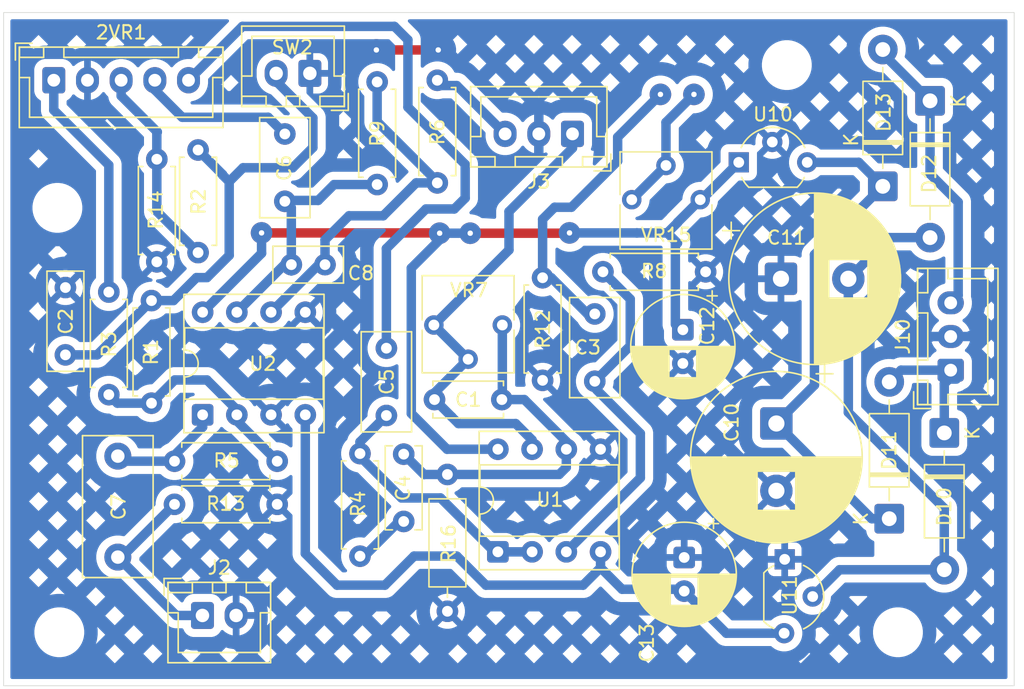
<source format=kicad_pcb>
(kicad_pcb (version 20241229) (generator "pcbnew") (generator_version "9.0")
  (layers (0 "F.Cu" signal) (2 "B.Cu" signal) (13 "F.Paste" user) (15 "B.Paste" user) (5 "F.SilkS" user "F.Silkscreen") (7 "B.SilkS" user "B.Silkscreen") (1 "F.Mask" user) (3 "B.Mask" user) (25 "Edge.Cuts" user))
  (net 0 "")
  (net 1 "Net-(U1B--)")
  (net 2 "GNDPWR")
  (net 3 "Net-(C7-Pad1)")
  (net 4 "Net-(U2A--)")
  (net 5 "Net-(U1A--)")
  (net 6 "Net-(C4-Pad2)")
  (net 7 "Net-(U2B--)")
  (net 8 "Net-(U1A-+)")
  (net 9 "Net-(C6-Pad1)")
  (net 10 "Net-(D1-A)")
  (net 11 "+15V")
  (net 12 "-15V")
  (net 13 "Net-(SW2-B)")
  (net 14 "Net-(SW1a1-B)")
  (net 15 "Net-(D11-K)")
  (net 16 "Net-(D10-A)")
  (net 17 "Net-(D10-K)")
  (net 18 "Net-(D12-K)")
  (net 19 "Net-(J2-Pin_1)")
  (net 20 "Net-(J3-Pin_1)")
  (net 21 "Net-(J3-Pin_3)")
  (net 22 "Net-(2VR1-Pad2)")
  (net 23 "Net-(2VR1-Pad1)")
  (net 24 "Net-(2VR1-Pad4)")
  (net 25 "Net-(2VR1-Pad5)")
  (footprint "Diode_THT:D_DO-41_SOD81_P10.16mm_Horizontal" (layer "F.Cu") (at 162.250194 83.02686 -90)
    (property "Reference" "D12" (at 5.40798 0.066695 90) (layer "F.SilkS"))
    (property "Value" "30V1A")
    (fp_text user "K" (at 0 -2.1 90) (layer "F.SilkS"))
    (pad "1" thru_hole roundrect (at 0 0 270) (size 2.2 2.2) (drill 1.1) (layers "*.Cu" "*.Mask") (roundrect_rratio 0.113636) (net 18 "Net-(D12-K)"))
    (pad "2" thru_hole circle (at 10.16 0 270) (size 2.2 2.2) (drill 1.1) (layers "*.Cu" "*.Mask") (net 16 "Net-(D10-A)"))
  )
  (footprint "Package_DIP:DIP-8_W7.62mm_Socket" (layer "F.Cu") (at 108.263689 106.347588 90)
    (property "Reference" "U2" (at 3.791939 4.469222 180) (layer "F.SilkS"))
    (property "Value" "TL072")
    (pad "1" thru_hole roundrect (at 0 0 90) (size 1.6 1.6) (drill 0.8) (layers "*.Cu" "*.Mask") (roundrect_rratio 0.15625) (net 3 "Net-(C7-Pad1)"))
    (pad "2" thru_hole circle (at 0 2.54 90) (size 1.6 1.6) (drill 0.8) (layers "*.Cu" "*.Mask") (net 4 "Net-(U2A--)"))
    (pad "3" thru_hole circle (at 0 5.08 90) (size 1.6 1.6) (drill 0.8) (layers "*.Cu" "*.Mask") (net 2 "GNDPWR"))
    (pad "4" thru_hole circle (at 0 7.62 90) (size 1.6 1.6) (drill 0.8) (layers "*.Cu" "*.Mask") (net 12 "-15V"))
    (pad "5" thru_hole circle (at 7.62 7.62 90) (size 1.6 1.6) (drill 0.8) (layers "*.Cu" "*.Mask") (net 2 "GNDPWR"))
    (pad "6" thru_hole circle (at 7.62 5.08 90) (size 1.6 1.6) (drill 0.8) (layers "*.Cu" "*.Mask") (net 7 "Net-(U2B--)"))
    (pad "7" thru_hole circle (at 7.62 2.54 90) (size 1.6 1.6) (drill 0.8) (layers "*.Cu" "*.Mask") (net 9 "Net-(C6-Pad1)"))
    (pad "8" thru_hole circle (at 7.62 0 90) (size 1.6 1.6) (drill 0.8) (layers "*.Cu" "*.Mask") (net 11 "+15V"))
  )
  (footprint "Potentiometer_THT:Potentiometer_Vishay_T73YP_Vertical" (layer "F.Cu") (at 125.426749 99.67838 -90)
    (property "Reference" "VR7" (at -2.5863 -2.608452 180) (layer "F.SilkS"))
    (property "Value" "1M")
    (pad "1" thru_hole circle (at 0 0 270) (size 1.44 1.44) (drill 0.8) (layers "*.Cu" "*.Mask") (net 20 "Net-(J3-Pin_1)"))
    (pad "2" thru_hole circle (at 2.54 -2.54 270) (size 1.44 1.44) (drill 0.8) (layers "*.Cu" "*.Mask") (net 20 "Net-(J3-Pin_1)"))
    (pad "3" thru_hole circle (at 0 -5.08 270) (size 1.44 1.44) (drill 0.8) (layers "*.Cu" "*.Mask") (net 1 "Net-(U1B--)"))
  )
  (footprint "Capacitor_THT:C_Rect_L7.2mm_W2.5mm_P5.00mm_FKS2_FKP2_MKS2_MKP2" (layer "F.Cu") (at 98.08104 101.895052 90)
    (property "Reference" "C2" (at 2.48446 0.025486 90) (layer "F.SilkS"))
    (property "Value" "0.01uF")
    (pad "1" thru_hole circle (at 0 0 90) (size 1.6 1.6) (drill 0.8) (layers "*.Cu" "*.Mask") (net 13 "Net-(SW2-B)"))
    (pad "2" thru_hole circle (at 5 0 90) (size 1.6 1.6) (drill 0.8) (layers "*.Cu" "*.Mask") (net 2 "GNDPWR"))
  )
  (footprint "Connector_JST:JST_XH_B3B-XH-A_1x03_P2.50mm_Vertical" (layer "F.Cu") (at 135.712379 85.482834 180)
    (property "Reference" "J3" (at 2.5 -3.55 0) (layer "F.SilkS"))
    (property "Value" "Tank")
    (pad "1" thru_hole roundrect (at 0 0 180) (size 1.7 1.95) (drill 0.95) (layers "*.Cu" "*.Mask") (roundrect_rratio 0.147059) (net 20 "Net-(J3-Pin_1)"))
    (pad "2" thru_hole oval (at 2.5 0 180) (size 1.7 1.95) (drill 0.95) (layers "*.Cu" "*.Mask") (net 2 "GNDPWR"))
    (pad "3" thru_hole oval (at 5 0 180) (size 1.7 1.95) (drill 0.95) (layers "*.Cu" "*.Mask") (net 21 "Net-(J3-Pin_3)"))
  )
  (footprint "Connector_JST:JST_XH_B2B-XH-A_1x02_P2.50mm_Vertical" (layer "F.Cu") (at 108.25 121.25)
    (property "Reference" "J2" (at 1.25 -3.55 0) (layer "F.SilkS"))
    (property "Value" "Output")
    (pad "1" thru_hole roundrect (at 0 0) (size 1.7 2) (drill 1) (layers "*.Cu" "*.Mask") (roundrect_rratio 0.147059) (net 19 "Net-(J2-Pin_1)"))
    (pad "2" thru_hole oval (at 2.5 0) (size 1.7 2) (drill 1) (layers "*.Cu" "*.Mask") (net 2 "GNDPWR"))
  )
  (footprint "Capacitor_THT:CP_Radial_D12.5mm_P5.00mm" (layer "F.Cu") (at 151.185179 96.243302)
    (property "Reference" "C11" (at 0.420264 -3.053738 0) (layer "F.SilkS"))
    (property "Value" "35V1000uF" (hide yes))
    (pad "1" thru_hole roundrect (at 0 0) (size 2.4 2.4) (drill 1.2) (layers "*.Cu" "*.Mask") (roundrect_rratio 0.104167) (net 2 "GNDPWR"))
    (pad "2" thru_hole circle (at 5 0) (size 2.4 2.4) (drill 1.2) (layers "*.Cu" "*.Mask") (net 16 "Net-(D10-A)"))
  )
  (footprint "MountingHole:MountingHole_3.2mm_M3" (layer "F.Cu") (at 159.866965 122.49773)
    (property "Reference" "H4" (hide yes))
    (property "Value" "MountingHole" (hide yes))
    (pad "" np_thru_hole circle (at 0 0) (size 3.2 3.2) (drill 3.2) (layers "*.Cu" "*.Mask"))
  )
  (footprint "Resistor_THT:R_Axial_DIN0207_L6.3mm_D2.5mm_P10.16mm_Horizontal" (layer "F.Cu") (at 126.430896 110.778358 -90)
    (property "Reference" "R16" (at 5.140209 -0.092751 270) (layer "F.SilkS"))
    (property "Value" "560k")
    (pad "1" thru_hole circle (at 0 0 270) (size 1.6 1.6) (drill 0.8) (layers "*.Cu" "*.Mask") (net 1 "Net-(U1B--)"))
    (pad "2" thru_hole circle (at 10.16 0 270) (size 1.6 1.6) (drill 0.8) (layers "*.Cu" "*.Mask") (net 2 "GNDPWR"))
  )
  (footprint "MountingHole:MountingHole_3.2mm_M3" (layer "F.Cu") (at 97.484663 90.976808)
    (property "Reference" "H1" (hide yes))
    (property "Value" "MountingHole" (hide yes))
    (pad "" np_thru_hole circle (at 0 0) (size 3.2 3.2) (drill 3.2) (layers "*.Cu" "*.Mask"))
  )
  (footprint "Package_TO_SOT_THT:TO-92_Inline_Wide" (layer "F.Cu") (at 151.761813 117.347813 -90)
    (property "Reference" "U11" (at 2.421637 -0.082143 90) (layer "F.SilkS"))
    (property "Value" "L79L15")
    (pad "1" thru_hole rect (at -0.266896 0.29962 270) (size 1.5 1.5) (drill 0.8) (layers "*.Cu" "*.Mask") (net 2 "GNDPWR"))
    (pad "2" thru_hole circle (at 2.497896 -1.777482 270) (size 1.5 1.5) (drill 0.8) (layers "*.Cu" "*.Mask") (net 16 "Net-(D10-A)"))
    (pad "3" thru_hole circle (at 5.220586 0.341724 270) (size 1.5 1.5) (drill 0.8) (layers "*.Cu" "*.Mask") (net 12 "-15V"))
  )
  (footprint "Diode_THT:D_DO-41_SOD81_P10.16mm_Horizontal" (layer "F.Cu") (at 159.220617 114.062834 90)
    (property "Reference" "D11" (at 5.08 0 90) (layer "F.SilkS"))
    (property "Value" "30V1A")
    (fp_text user "K" (at 0 -2.1 90) (layer "F.SilkS"))
    (pad "1" thru_hole roundrect (at 0 0 90) (size 2.2 2.2) (drill 1.1) (layers "*.Cu" "*.Mask") (roundrect_rratio 0.113636) (net 15 "Net-(D11-K)"))
    (pad "2" thru_hole circle (at 10.16 0 90) (size 2.2 2.2) (drill 1.1) (layers "*.Cu" "*.Mask") (net 17 "Net-(D10-K)"))
  )
  (footprint "Resistor_THT:R_Axial_DIN0207_L6.3mm_D2.5mm_P7.62mm_Horizontal" (layer "F.Cu") (at 119.941976 109.227159 -90)
    (property "Reference" "R4" (at 3.734432 0.133129 90) (layer "F.SilkS"))
    (property "Value" "22k")
    (pad "1" thru_hole circle (at 0 0 270) (size 1.6 1.6) (drill 0.8) (layers "*.Cu" "*.Mask") (net 5 "Net-(U1A--)"))
    (pad "2" thru_hole circle (at 7.62 0 270) (size 1.6 1.6) (drill 0.8) (layers "*.Cu" "*.Mask") (net 6 "Net-(C4-Pad2)"))
  )
  (footprint "Capacitor_THT:C_Rect_L7.2mm_W3.5mm_P5.00mm_FKS2_FKP2_MKS2_MKP2" (layer "F.Cu") (at 137.368066 98.85521 -90)
    (property "Reference" "C3" (at 2.487524 0.52354 180) (layer "F.SilkS"))
    (property "Value" "0.47uF")
    (pad "1" thru_hole circle (at 0 0 270) (size 1.6 1.6) (drill 0.8) (layers "*.Cu" "*.Mask") (net 14 "Net-(SW1a1-B)"))
    (pad "2" thru_hole circle (at 5 0 270) (size 1.6 1.6) (drill 0.8) (layers "*.Cu" "*.Mask") (net 8 "Net-(U1A-+)"))
  )
  (footprint "Resistor_THT:R_Axial_DIN0207_L6.3mm_D2.5mm_P7.62mm_Horizontal" (layer "F.Cu") (at 125.679398 89.122218 90)
    (property "Reference" "R6" (at 3.779099 0.012875 90) (layer "F.SilkS"))
    (property "Value" "47k")
    (pad "1" thru_hole circle (at 0 0 90) (size 1.6 1.6) (drill 0.8) (layers "*.Cu" "*.Mask") (net 7 "Net-(U2B--)"))
    (pad "2" thru_hole circle (at 7.62 0 90) (size 1.6 1.6) (drill 0.8) (layers "*.Cu" "*.Mask") (net 21 "Net-(J3-Pin_3)"))
  )
  (footprint "Resistor_THT:R_Axial_DIN0207_L6.3mm_D2.5mm_P7.62mm_Horizontal" (layer "F.Cu") (at 104.46876 105.484845 90)
    (property "Reference" "R1" (at 3.79446 -0.036118 90) (layer "F.SilkS"))
    (property "Value" "4k7")
    (pad "1" thru_hole circle (at 0 0 90) (size 1.6 1.6) (drill 0.8) (layers "*.Cu" "*.Mask") (net 4 "Net-(U2A--)"))
    (pad "2" thru_hole circle (at 7.62 0 90) (size 1.6 1.6) (drill 0.8) (layers "*.Cu" "*.Mask") (net 13 "Net-(SW2-B)"))
  )
  (footprint "Resistor_THT:R_Axial_DIN0207_L6.3mm_D2.5mm_P7.62mm_Horizontal" (layer "F.Cu") (at 137.973282 95.726533)
    (property "Reference" "R8" (at 3.799538 -0.051337 0) (layer "F.SilkS"))
    (property "Value" "2M2")
    (pad "1" thru_hole circle (at 0 0) (size 1.6 1.6) (drill 0.8) (layers "*.Cu" "*.Mask") (net 8 "Net-(U1A-+)"))
    (pad "2" thru_hole circle (at 7.62 0) (size 1.6 1.6) (drill 0.8) (layers "*.Cu" "*.Mask") (net 2 "GNDPWR"))
  )
  (footprint "Capacitor_THT:C_Rect_L7.2mm_W3.5mm_P5.00mm_FKS2_FKP2_MKS2_MKP2" (layer "F.Cu") (at 114.365934 90.489373 90)
    (property "Reference" "C6" (at 2.478527 -0.048729 90) (layer "F.SilkS"))
    (property "Value" "0.47uF")
    (pad "1" thru_hole circle (at 0 0 90) (size 1.6 1.6) (drill 0.8) (layers "*.Cu" "*.Mask") (net 9 "Net-(C6-Pad1)"))
    (pad "2" thru_hole circle (at 5 0 90) (size 1.6 1.6) (drill 0.8) (layers "*.Cu" "*.Mask") (net 24 "Net-(2VR1-Pad4)"))
  )
  (footprint "Resistor_THT:R_Axial_DIN0207_L6.3mm_D2.5mm_P7.62mm_Horizontal" (layer "F.Cu") (at 104.86354 87.365657 -90)
    (property "Reference" "R14" (at 3.767875 0.072103 90) (layer "F.SilkS"))
    (property "Value" "15k")
    (pad "1" thru_hole circle (at 0 0 270) (size 1.6 1.6) (drill 0.8) (layers "*.Cu" "*.Mask") (net 25 "Net-(2VR1-Pad5)"))
    (pad "2" thru_hole circle (at 7.62 0 270) (size 1.6 1.6) (drill 0.8) (layers "*.Cu" "*.Mask") (net 2 "GNDPWR"))
  )
  (footprint "Diode_THT:D_DO-41_SOD81_P10.16mm_Horizontal" (layer "F.Cu") (at 158.74257 89.377921 90)
    (property "Reference" "D13" (at 5.491264 0.056511 90) (layer "F.SilkS"))
    (property "Value" "30V1A")
    (fp_text user "K" (at 3.458343 -2.346032 90) (layer "F.SilkS"))
    (pad "1" thru_hole roundrect (at 0 0 90) (size 2.2 2.2) (drill 1.1) (layers "*.Cu" "*.Mask") (roundrect_rratio 0.113636) (net 15 "Net-(D11-K)"))
    (pad "2" thru_hole circle (at 10.16 0 90) (size 2.2 2.2) (drill 1.1) (layers "*.Cu" "*.Mask") (net 18 "Net-(D12-K)"))
  )
  (footprint "Resistor_THT:R_Axial_DIN0207_L6.3mm_D2.5mm_P7.62mm_Horizontal" (layer "F.Cu") (at 107.925423 86.679373 -90)
    (property "Reference" "R2" (at 3.835412 -0.038493 90) (layer "F.SilkS"))
    (property "Value" "4k7")
    (pad "1" thru_hole circle (at 0 0 270) (size 1.6 1.6) (drill 0.8) (layers "*.Cu" "*.Mask") (net 13 "Net-(SW2-B)"))
    (pad "2" thru_hole circle (at 7.62 0 270) (size 1.6 1.6) (drill 0.8) (layers "*.Cu" "*.Mask") (net 25 "Net-(2VR1-Pad5)"))
  )
  (footprint "Resistor_THT:R_Axial_DIN0207_L6.3mm_D2.5mm_P7.62mm_Horizontal" (layer "F.Cu") (at 106.176912 112.995681)
    (property "Reference" "R13" (at 3.803007 -0.04344 0) (layer "F.SilkS"))
    (property "Value" "10k")
    (pad "1" thru_hole circle (at 0 0) (size 1.6 1.6) (drill 0.8) (layers "*.Cu" "*.Mask") (net 19 "Net-(J2-Pin_1)"))
    (pad "2" thru_hole circle (at 7.62 0) (size 1.6 1.6) (drill 0.8) (layers "*.Cu" "*.Mask") (net 2 "GNDPWR"))
  )
  (footprint "Potentiometer_THT:Potentiometer_Vishay_T73YP_Vertical" (layer "F.Cu") (at 145.191522 90.370529 90)
    (property "Reference" "VR15" (at -2.616552 -2.51882 180) (layer "F.SilkS"))
    (property "Value" "1k")
    (pad "1" thru_hole circle (at 0 0 90) (size 1.44 1.44) (drill 0.8) (layers "*.Cu" "*.Mask") (net 11 "+15V"))
    (pad "2" thru_hole circle (at 2.54 -2.54 90) (size 1.44 1.44) (drill 0.8) (layers "*.Cu" "*.Mask") (net 10 "Net-(D1-A)"))
    (pad "3" thru_hole circle (at 0 -5.08 90) (size 1.44 1.44) (drill 0.8) (layers "*.Cu" "*.Mask") (net 10 "Net-(D1-A)"))
  )
  (footprint "Capacitor_THT:C_Rect_L7.2mm_W3.5mm_P5.00mm_FKS2_FKP2_MKS2_MKP2" (layer "F.Cu") (at 121.901621 106.399321 90)
    (property "Reference" "C5" (at 2.507489 0.027711 90) (layer "F.SilkS"))
    (property "Value" "0.47uF")
    (pad "1" thru_hole circle (at 0 0 90) (size 1.6 1.6) (drill 0.8) (layers "*.Cu" "*.Mask") (net 5 "Net-(U1A--)"))
    (pad "2" thru_hole circle (at 5 0 90) (size 1.6 1.6) (drill 0.8) (layers "*.Cu" "*.Mask") (net 23 "Net-(2VR1-Pad1)"))
  )
  (footprint "Resistor_THT:R_Axial_DIN0207_L6.3mm_D2.5mm_P7.62mm_Horizontal" (layer "F.Cu") (at 121.215302 89.245435 90)
    (property "Reference" "R9" (at 3.788527 0.012875 90) (layer "F.SilkS"))
    (property "Value" "2M2")
    (pad "1" thru_hole circle (at 0 0 90) (size 1.6 1.6) (drill 0.8) (layers "*.Cu" "*.Mask") (net 9 "Net-(C6-Pad1)"))
    (pad "2" thru_hole circle (at 7.62 0 90) (size 1.6 1.6) (drill 0.8) (layers "*.Cu" "*.Mask") (net 7 "Net-(U2B--)"))
  )
  (footprint "MountingHole:MountingHole_3.2mm_M3" (layer "F.Cu") (at 151.619702 80.37336)
    (property "Reference" "H2" (hide yes))
    (property "Value" "MountingHole" (hide yes))
    (pad "" np_thru_hole circle (at 0 0) (size 3.2 3.2) (drill 3.2) (layers "*.Cu" "*.Mask"))
  )
  (footprint "Connector_JST:JST_XH_B2B-XH-A_1x02_P2.50mm_Vertical" (layer "F.Cu") (at 116.221572 80.987643 180)
    (property "Reference" "SW2" (at 1.302777 1.935719 0) (layer "F.SilkS"))
    (property "Value" "kill")
    (pad "1" thru_hole roundrect (at 0 0 180) (size 1.7 2) (drill 1) (layers "*.Cu" "*.Mask") (roundrect_rratio 0.147059) (net 2 "GNDPWR"))
    (pad "2" thru_hole oval (at 2.5 0 180) (size 1.7 2) (drill 1) (layers "*.Cu" "*.Mask") (net 13 "Net-(SW2-B)"))
  )
  (footprint "Diode_THT:D_DO-41_SOD81_P10.16mm_Horizontal" (layer "F.Cu") (at 163.306016 107.692348 -90)
    (property "Reference" "D10" (at 5.474189 0.005092 90) (layer "F.SilkS"))
    (property "Value" "30V1A")
    (fp_text user "K" (at 0 -2.1 90) (layer "F.SilkS"))
    (pad "1" thru_hole roundrect (at 0 0 270) (size 2.2 2.2) (drill 1.1) (layers "*.Cu" "*.Mask") (roundrect_rratio 0.113636) (net 17 "Net-(D10-K)"))
    (pad "2" thru_hole circle (at 10.16 0 270) (size 2.2 2.2) (drill 1.1) (layers "*.Cu" "*.Mask") (net 16 "Net-(D10-A)"))
  )
  (footprint "Connector_JST:JST_XH_B5B-XH-A_1x05_P2.50mm_Vertical" (layer "F.Cu") (at 97.216217 81.498905)
    (property "Reference" "2VR1" (at 5 -3.55 0) (layer "F.SilkS"))
    (property "Value" "A50k")
    (pad "1" thru_hole oval (at 10 0) (size 1.7 1.95) (drill 0.95) (layers "*.Cu" "*.Mask") (net 23 "Net-(2VR1-Pad1)"))
    (pad "2" thru_hole roundrect (at 0 0) (size 1.7 1.95) (drill 0.95) (layers "*.Cu" "*.Mask") (roundrect_rratio 0.147059) (net 22 "Net-(2VR1-Pad2)"))
    (pad "3" thru_hole oval (at 2.5 0) (size 1.7 1.95) (drill 0.95) (layers "*.Cu" "*.Mask") (net 2 "GNDPWR"))
    (pad "4" thru_hole oval (at 7.5 0) (size 1.7 1.95) (drill 0.95) (layers "*.Cu" "*.Mask") (net 24 "Net-(2VR1-Pad4)"))
    (pad "5" thru_hole oval (at 5 0) (size 1.7 1.95) (drill 0.95) (layers "*.Cu" "*.Mask") (net 25 "Net-(2VR1-Pad5)"))
  )
  (footprint "Resistor_THT:R_Axial_DIN0207_L6.3mm_D2.5mm_P7.62mm_Horizontal" (layer "F.Cu") (at 101.301296 104.851352 90)
    (property "Reference" "R3" (at 3.740398 0.019034 90) (layer "F.SilkS"))
    (property "Value" "10k")
    (pad "1" thru_hole circle (at 0 0 90) (size 1.6 1.6) (drill 0.8) (layers "*.Cu" "*.Mask") (net 4 "Net-(U2A--)"))
    (pad "2" thru_hole circle (at 7.62 0 90) (size 1.6 1.6) (drill 0.8) (layers "*.Cu" "*.Mask") (net 22 "Net-(2VR1-Pad2)"))
  )
  (footprint "Capacitor_THT:CP_Radial_D12.5mm_P5.00mm" (layer "F.Cu") (at 150.84567 106.991225 -90)
    (property "Reference" "C10" (at -0.076083 3.327808 270) (layer "F.SilkS"))
    (property "Value" "35V1000uF" (hide yes))
    (pad "1" thru_hole roundrect (at 0 0 270) (size 2.4 2.4) (drill 1.2) (layers "*.Cu" "*.Mask") (roundrect_rratio 0.104167) (net 15 "Net-(D11-K)"))
    (pad "2" thru_hole circle (at 5 0 270) (size 2.4 2.4) (drill 1.2) (layers "*.Cu" "*.Mask") (net 2 "GNDPWR"))
  )
  (footprint "Capacitor_THT:CP_Radial_D7.5mm_P2.50mm" (layer "F.Cu") (at 144.00296 116.942491 -90)
    (property "Reference" "C13" (at 6.348872 2.7711 90) (layer "F.SilkS"))
    (property "Value" "25V100uF")
    (pad "1" thru_hole roundrect (at 0 0 270) (size 1.6 1.6) (drill 0.8) (layers "*.Cu" "*.Mask") (roundrect_rratio 0.15625) (net 2 "GNDPWR"))
    (pad "2" thru_hole circle (at 2.5 0 270) (size 1.6 1.6) (drill 0.8) (layers "*.Cu" "*.Mask") (net 12 "-15V"))
  )
  (footprint "Capacitor_THT:CP_Radial_D7.5mm_P2.50mm" (layer "F.Cu") (at 143.904379 100.029885 -90)
    (property "Reference" "C12" (at -0.288847 -1.811076 90) (layer "F.SilkS"))
    (property "Value" "25V100uF")
    (pad "1" thru_hole roundrect (at 0 0 270) (size 1.6 1.6) (drill 0.8) (layers "*.Cu" "*.Mask") (roundrect_rratio 0.15625) (net 11 "+15V"))
    (pad "2" thru_hole circle (at 2.5 0 270) (size 1.6 1.6) (drill 0.8) (layers "*.Cu" "*.Mask") (net 2 "GNDPWR"))
  )
  (footprint "Resistor_THT:R_Axial_DIN0207_L6.3mm_D2.5mm_P7.62mm_Horizontal" (layer "F.Cu") (at 133.494784 96.167181 -90)
    (property "Reference" "R12" (at 3.820272 -0.023144 90) (layer "F.SilkS"))
    (property "Value" "2M2")
    (pad "1" thru_hole circle (at 0 0 270) (size 1.6 1.6) (drill 0.8) (layers "*.Cu" "*.Mask") (net 14 "Net-(SW1a1-B)"))
    (pad "2" thru_hole circle (at 7.62 0 270) (size 1.6 1.6) (drill 0.8) (layers "*.Cu" "*.Mask") (net 2 "GNDPWR"))
  )
  (footprint "Capacitor_THT:C_Rect_L10.3mm_W5.0mm_P7.50mm_MKS4" (layer "F.Cu") (at 101.969007 109.414958 -90)
    (property "Reference" "C7" (at 3.782515 -0.058338 90) (layer "F.SilkS"))
    (property "Value" "1uF")
    (pad "1" thru_hole circle (at 0 0 270) (size 2 2) (drill 1) (layers "*.Cu" "*.Mask") (net 3 "Net-(C7-Pad1)"))
    (pad "2" thru_hole circle (at 7.5 0 270) (size 2 2) (drill 1) (layers "*.Cu" "*.Mask") (net 19 "Net-(J2-Pin_1)"))
  )
  (footprint "Connector_JST:JST_XH_B3B-XH-A_1x03_P2.50mm_Vertical" (layer "F.Cu") (at 163.781135 103.031582 90)
    (property "Reference" "J10" (at 2.5 -3.55 90) (layer "F.SilkS"))
    (property "Value" "Power")
    (pad "1" thru_hole roundrect (at 0 0 90) (size 1.7 1.95) (drill 0.95) (layers "*.Cu" "*.Mask") (roundrect_rratio 0.147059) (net 17 "Net-(D10-K)"))
    (pad "2" thru_hole oval (at 2.5 0 90) (size 1.7 1.95) (drill 0.95) (layers "*.Cu" "*.Mask") (net 2 "GNDPWR"))
    (pad "3" thru_hole oval (at 5 0 90) (size 1.7 1.95) (drill 0.95) (layers "*.Cu" "*.Mask") (net 18 "Net-(D12-K)"))
  )
  (footprint "Capacitor_THT:C_Disc_D5.0mm_W2.5mm_P5.00mm" (layer "F.Cu") (at 130.471965 105.216425 180)
    (property "Reference" "C1" (at 2.498367 -0.00734 0) (layer "F.SilkS"))
    (property "Value" "25pF")
    (pad "1" thru_hole circle (at 0 0 180) (size 1.6 1.6) (drill 0.8) (layers "*.Cu" "*.Mask") (net 1 "Net-(U1B--)"))
    (pad "2" thru_hole circle (at 5 0 180) (size 1.6 1.6) (drill 0.8) (layers "*.Cu" "*.Mask") (net 20 "Net-(J3-Pin_1)"))
  )
  (footprint "Package_TO_SOT_THT:TO-92_Inline_Wide" (layer "F.Cu") (at 148.053034 87.596331)
    (property "Reference" "U10" (at 2.54 -3.56 0) (layer "F.SilkS"))
    (property "Value" "L78L15")
    (pad "1" thru_hole rect (at 0 0) (size 1.5 1.5) (drill 0.8) (layers "*.Cu" "*.Mask") (net 11 "+15V"))
    (pad "2" thru_hole circle (at 2.487681 -1.511014) (size 1.5 1.5) (drill 0.8) (layers "*.Cu" "*.Mask") (net 2 "GNDPWR"))
    (pad "3" thru_hole circle (at 5.08 0) (size 1.5 1.5) (drill 0.8) (layers "*.Cu" "*.Mask") (net 15 "Net-(D11-K)"))
  )
  (footprint "Capacitor_THT:C_Disc_D5.0mm_W2.5mm_P2.50mm" (layer "F.Cu") (at 117.346873 95.194843 180)
    (property "Reference" "C8" (at -2.661833 -0.63751 0) (layer "F.SilkS"))
    (property "Value" "30pF")
    (pad "1" thru_hole circle (at 0 0 180) (size 1.6 1.6) (drill 0.8) (layers "*.Cu" "*.Mask") (net 7 "Net-(U2B--)"))
    (pad "2" thru_hole circle (at 2.5 0 180) (size 1.6 1.6) (drill 0.8) (layers "*.Cu" "*.Mask") (net 9 "Net-(C6-Pad1)"))
  )
  (footprint "Package_DIP:DIP-8_W7.62mm_Socket" (layer "F.Cu") (at 130.175119 116.524124 90)
    (property "Reference" "U1" (at 3.870552 3.864175 180) (layer "F.SilkS"))
    (property "Value" "TL072")
    (pad "1" thru_hole roundrect (at 0 0 90) (size 1.6 1.6) (drill 0.8) (layers "*.Cu" "*.Mask") (roundrect_rratio 0.15625) (net 5 "Net-(U1A--)"))
    (pad "2" thru_hole circle (at 0 2.54 90) (size 1.6 1.6) (drill 0.8) (layers "*.Cu" "*.Mask") (net 5 "Net-(U1A--)"))
    (pad "3" thru_hole circle (at 0 5.08 90) (size 1.6 1.6) (drill 0.8) (layers "*.Cu" "*.Mask") (net 8 "Net-(U1A-+)"))
    (pad "4" thru_hole circle (at 0 7.62 90) (size 1.6 1.6) (drill 0.8) (layers "*.Cu" "*.Mask") (net 12 "-15V"))
    (pad "5" thru_hole circle (at 7.62 7.62 90) (size 1.6 1.6) (drill 0.8) (layers "*.Cu" "*.Mask") (net 2 "GNDPWR"))
    (pad "6" thru_hole circle (at 7.62 5.08 90) (size 1.6 1.6) (drill 0.8) (layers "*.Cu" "*.Mask") (net 1 "Net-(U1B--)"))
    (pad "7" thru_hole circle (at 7.62 2.54 90) (size 1.6 1.6) (drill 0.8) (layers "*.Cu" "*.Mask") (net 20 "Net-(J3-Pin_1)"))
    (pad "8" thru_hole circle (at 7.62 0 90) (size 1.6 1.6) (drill 0.8) (layers "*.Cu" "*.Mask") (net 11 "+15V"))
  )
  (footprint "Resistor_THT:R_Axial_DIN0207_L6.3mm_D2.5mm_P7.62mm_Horizontal" (layer "F.Cu") (at 106.176912 109.79229)
    (property "Reference" "R5" (at 3.86461 -0.04344 0) (layer "F.SilkS"))
    (property "Value" "33k")
    (pad "1" thru_hole circle (at 0 0) (size 1.6 1.6) (drill 0.8) (layers "*.Cu" "*.Mask") (net 3 "Net-(C7-Pad1)"))
    (pad "2" thru_hole circle (at 7.62 0) (size 1.6 1.6) (drill 0.8) (layers "*.Cu" "*.Mask") (net 4 "Net-(U2A--)"))
  )
  (footprint "Capacitor_THT:C_Disc_D6.0mm_W2.5mm_P5.00mm" (layer "F.Cu") (at 123.186436 109.269233 -90)
    (property "Reference" "C4" (at 2.521888 0.050991 90) (layer "F.SilkS"))
    (property "Value" "1500pF")
    (pad "1" thru_hole circle (at 0 0 270) (size 1.6 1.6) (drill 0.8) (layers "*.Cu" "*.Mask") (net 1 "Net-(U1B--)"))
    (pad "2" thru_hole circle (at 5 0 270) (size 1.6 1.6) (drill 0.8) (layers "*.Cu" "*.Mask") (net 6 "Net-(C4-Pad2)"))
  )
  (footprint "MountingHole:MountingHole_3.2mm_M3" (layer "F.Cu") (at 97.626288 122.49773)
    (property "Reference" "H3" (hide yes))
    (property "Value" "MountingHole" (hide yes))
    (pad "" np_thru_hole circle (at 0 0) (size 3.2 3.2) (drill 3.2) (layers "*.Cu" "*.Mask"))
  )
  (gr_rect (start 93.495123 76.469917) (end 168.495123 126.469917) (stroke (width 0.05)) (fill no) (layer "Edge.Cuts"))
  (segment (start 134.721642 110.778358) (end 135.255119 110.244881) (width 0.7) (layer "B.Cu") (net 1))
  (segment (start 126.430896 110.778358) (end 124.721642 110.778358) (width 0.7) (layer "B.Cu") (net 1))
  (segment (start 130.471965 105.216425) (end 132.140425 105.216425) (width 0.7) (layer "B.Cu") (net 1))
  (segment (start 126.430896 110.778358) (end 134.721642 110.778358) (width 0.7) (layer "B.Cu") (net 1))
  (segment (start 123.186436 109.269233) (end 124.708601 110.791399) (width 0.7) (layer "B.Cu") (net 1))
  (segment (start 130.506749 105.181641) (end 130.471965 105.216425) (width 0.7) (layer "B.Cu") (net 1))
  (segment (start 126.209254 111) (end 126.430896 110.778358) (width 0.7) (layer "B.Cu") (net 1))
  (segment (start 135.255119 110.244881) (end 135.255119 108.904124) (width 0.7) (layer "B.Cu") (net 1))
  (segment (start 135.255119 108.331119) (end 135.255119 108.904124) (width 0.7) (layer "B.Cu") (net 1))
  (segment (start 130.506749 99.67838) (end 130.506749 105.181641) (width 0.7) (layer "B.Cu") (net 1))
  (segment (start 132.140425 105.216425) (end 135.255119 108.331119) (width 0.7) (layer "B.Cu") (net 1))
  (segment (start 130.471965 105.216425) (end 130.471965 105.471965) (width 0.7) (layer "B.Cu") (net 1))
  (segment (start 121.25 79.25) (end 125.75 79.25) (width 0.7) (layer "F.Cu") (net 2))
  (via (at 125.75 79.25) (size 1.6) (drill 0.4) (layers "F.Cu" "B.Cu") (net 2))
  (via (at 121.158 79.25) (size 1.6) (drill 0.4) (layers "F.Cu" "B.Cu") (net 2))
  (segment (start 150.817726 112.300291) (end 151.129317 111.9887) (width 0.7) (layer "B.Cu") (net 2))
  (segment (start 133.212379 86.984379) (end 133.223 86.995) (width 0.7) (layer "B.Cu") (net 2))
  (segment (start 162.358418 100.531582) (end 162.306 100.584) (width 0.7) (layer "B.Cu") (net 2))
  (segment (start 110.75 121.25) (end 110.75 121.093824) (width 0.7) (layer "B.Cu") (net 2))
  (segment (start 113.343689 106.347588) (end 113.343689 106.563689) (width 0.7) (layer "B.Cu") (net 2))
  (segment (start 133.212379 83.830621) (end 133.212379 85.482834) (width 0.7) (layer "B.Cu") (net 2))
  (segment (start 133.212379 83.830621) (end 133.223 83.82) (width 0.7) (layer "B.Cu") (net 2))
  (segment (start 150.540715 95.598838) (end 151.185179 96.243302) (width 0.7) (layer "B.Cu") (net 2))
  (segment (start 150.66841 95.726533) (end 151.185179 96.243302) (width 0.7) (layer "B.Cu") (net 2))
  (segment (start 163.781135 100.531582) (end 162.358418 100.531582) (width 0.7) (layer "B.Cu") (net 2))
  (segment (start 165.152418 100.531582) (end 165.227 100.457) (width 0.7) (layer "B.Cu") (net 2))
  (segment (start 133.212379 85.482834) (end 133.212379 86.984379) (width 0.7) (layer "B.Cu") (net 2))
  (segment (start 163.781135 100.531582) (end 165.152418 100.531582) (width 0.7) (layer "B.Cu") (net 2))
  (segment (start 145.523713 95.656964) (end 145.593282 95.726533) (width 0.7) (layer "B.Cu") (net 2))
  (segment (start 121.158 79.25) (end 121.25 79.25) (width 0.7) (layer "B.Cu") (net 2))
  (segment (start 126.430896 120.938358) (end 126.330642 120.938358) (width 0.7) (layer "B.Cu") (net 2))
  (segment (start 98.08104 96.895052) (end 98.165052 96.895052) (width 0.7) (layer "B.Cu") (net 2))
  (segment (start 106.176912 109.79229) (end 102.346339 109.79229) (width 0.7) (layer "B.Cu") (net 3))
  (segment (start 108.263689 106.347588) (end 108.263689 107.255311) (width 0.7) (layer "B.Cu") (net 3))
  (segment (start 106.176912 109.342088) (end 106.176912 109.79229) (width 0.7) (layer "B.Cu") (net 3))
  (segment (start 108.263689 107.255311) (end 106.176912 109.342088) (width 0.7) (layer "B.Cu") (net 3))
  (segment (start 102.346339 109.79229) (end 101.969007 109.414958) (width 0.7) (layer "B.Cu") (net 3))
  (segment (start 106.176912 109.79229) (end 106.176912 109.416004) (width 0.7) (layer "B.Cu") (net 3))
  (segment (start 104.46876 105.484845) (end 106.194605 103.759) (width 0.7) (layer "B.Cu") (net 4))
  (segment (start 108.585 103.759) (end 110.803689 105.977689) (width 0.7) (layer "B.Cu") (net 4))
  (segment (start 101.934789 105.484845) (end 101.301296 104.851352) (width 0.7) (layer "B.Cu") (net 4))
  (segment (start 110.803689 106.347588) (end 110.803689 106.799067) (width 0.7) (layer "B.Cu") (net 4))
  (segment (start 104.46876 105.484845) (end 101.934789 105.484845) (width 0.7) (layer "B.Cu") (net 4))
  (segment (start 106.194605 103.759) (end 108.585 103.759) (width 0.7) (layer "B.Cu") (net 4))
  (segment (start 110.803689 106.799067) (end 113.796912 109.79229) (width 0.7) (layer "B.Cu") (net 4))
  (segment (start 110.803689 105.977689) (end 110.803689 106.347588) (width 0.7) (layer "B.Cu") (net 4))
  (segment (start 119.941976 109.227159) (end 119.941976 109.441976) (width 0.7) (layer "B.Cu") (net 5))
  (segment (start 125.9205 112.522) (end 129.922624 116.524124) (width 0.7) (layer "B.Cu") (net 5))
  (segment (start 123.022 112.522) (end 125.9205 112.522) (width 0.7) (layer "B.Cu") (net 5))
  (segment (start 119.941976 109.227159) (end 119.941976 108.358966) (width 0.7) (layer "B.Cu") (net 5))
  (segment (start 119.941976 108.358966) (end 121.901621 106.399321) (width 0.7) (layer "B.Cu") (net 5))
  (segment (start 130.175119 116.524124) (end 132.715119 116.524124) (width 0.7) (layer "B.Cu") (net 5))
  (segment (start 119.941976 109.441976) (end 123.022 112.522) (width 0.7) (layer "B.Cu") (net 5))
  (segment (start 129.922624 116.524124) (end 130.175119 116.524124) (width 0.7) (layer "B.Cu") (net 5))
  (segment (start 120.261841 116.847159) (end 122.839767 114.269233) (width 0.7) (layer "B.Cu") (net 6))
  (segment (start 122.839767 114.269233) (end 123.186436 114.269233) (width 0.7) (layer "B.Cu") (net 6))
  (segment (start 119.941976 116.847159) (end 120.261841 116.847159) (width 0.7) (layer "B.Cu") (net 6))
  (segment (start 117.346873 93.346127) (end 119.126 91.567) (width 0.7) (layer "B.Cu") (net 7))
  (segment (start 125.679398 89.122218) (end 124.110782 89.122218) (width 0.7) (layer "B.Cu") (net 7))
  (segment (start 121.215302 81.625435) (end 121.215302 84.570856) (width 0.7) (layer "B.Cu") (net 7))
  (segment (start 124.110782 89.122218) (end 121.666 91.567) (width 0.7) (layer "B.Cu") (net 7))
  (segment (start 117.346873 95.194843) (end 117.346873 93.346127) (width 0.7) (layer "B.Cu") (net 7))
  (segment (start 121.666 91.567) (end 119.126 91.567) (width 0.7) (layer "B.Cu") (net 7))
  (segment (start 117.346873 95.194843) (end 116.876434 95.194843) (width 0.7) (layer "B.Cu") (net 7))
  (segment (start 116.876434 95.194843) (end 113.343689 98.727588) (width 0.7) (layer "B.Cu") (net 7))
  (segment (start 121.215302 84.570856) (end 125.697223 89.052777) (width 0.7) (layer "B.Cu") (net 7))
  (segment (start 137.368066 103.85521) (end 140 101.223276) (width 0.7) (layer "B.Cu") (net 8))
  (segment (start 137.494784 104.481091) (end 140.75 107.736307) (width 0.7) (layer "B.Cu") (net 8))
  (segment (start 140 101.223276) (end 140 97.753251) (width 0.7) (layer "B.Cu") (net 8))
  (segment (start 140 97.753251) (end 137.973282 95.726533) (width 0.7) (layer "B.Cu") (net 8))
  (segment (start 140.75 111.029243) (end 135.255119 116.524124) (width 0.7) (layer "B.Cu") (net 8))
  (segment (start 140.75 107.736307) (end 140.75 111.029243) (width 0.7) (layer "B.Cu") (net 8))
  (segment (start 114.846873 95.194843) (end 114.846873 95.666043) (width 0.7) (layer "B.Cu") (net 9))
  (segment (start 114.336434 95.194843) (end 110.803689 98.727588) (width 0.7) (layer "B.Cu") (net 9))
  (segment (start 114.846873 90.970312) (end 114.365934 90.489373) (width 0.7) (layer "B.Cu") (net 9))
  (segment (start 114.846873 95.194843) (end 114.336434 95.194843) (width 0.7) (layer "B.Cu") (net 9))
  (segment (start 118.018565 89.245435) (end 116.84 90.424) (width 0.7) (layer "B.Cu") (net 9))
  (segment (start 114.431307 90.424) (end 114.365934 90.489373) (width 0.7) (layer "B.Cu") (net 9))
  (segment (start 114.846873 95.194843) (end 114.846873 90.970312) (width 0.7) (layer "B.Cu") (net 9))
  (segment (start 116.84 90.424) (end 114.431307 90.424) (width 0.7) (layer "B.Cu") (net 9))
  (segment (start 121.215302 89.245435) (end 118.018565 89.245435) (width 0.7) (layer "B.Cu") (net 9))
  (via (at 144.726988 82.55) (size 1.6) (drill 0.4) (layers "F.Cu" "B.Cu") (net 10))
  (segment (start 142.651522 84.625466) (end 144.726988 82.55) (width 0.7) (layer "B.Cu") (net 10))
  (segment (start 144.726988 82.55) (end 144.726988 82.477722) (width 0.7) (layer "B.Cu") (net 10))
  (segment (start 140.111522 90.370529) (end 142.651522 87.830529) (width 0.7) (layer "B.Cu") (net 10))
  (segment (start 142.651522 87.830529) (end 142.651522 84.625466) (width 0.7) (layer "B.Cu") (net 10))
  (segment (start 135.526 92.6) (end 135.6 92.6) (width 0.7) (layer "F.Cu") (net 11))
  (segment (start 112.637844 92.836878) (end 125.830667 92.836878) (width 0.7) (layer "F.Cu") (net 11))
  (segment (start 125.830667 92.836878) (end 125.854058 92.860269) (width 0.7) (layer "F.Cu") (net 11))
  (segment (start 128.123037 92.860269) (end 135.467977 92.860269) (width 0.7) (layer "F.Cu") (net 11))
  (segment (start 135.467977 92.860269) (end 135.491368 92.836878) (width 0.7) (layer "F.Cu") (net 11))
  (via (at 112.637844 92.836878) (size 1.6) (drill 0.4) (layers "F.Cu" "B.Cu") (net 11))
  (via (at 128.123037 92.860269) (size 1.6) (drill 0.4) (layers "F.Cu" "B.Cu") (net 11))
  (via (at 125.854058 92.860269) (size 1.6) (drill 0.4) (layers "F.Cu" "B.Cu") (net 11))
  (via (at 135.491368 92.836878) (size 1.6) (drill 0.4) (layers "F.Cu" "B.Cu") (net 11))
  (segment (start 142.748 92.837) (end 143.51 93.599) (width 0.7) (layer "B.Cu") (net 11))
  (segment (start 143.51 92.052051) (end 143.51 92.075) (width 0.7) (layer "B.Cu") (net 11))
  (segment (start 145.191522 90.370529) (end 145.278836 90.370529) (width 0.7) (layer "B.Cu") (net 11))
  (segment (start 143.348234 93.594885) (end 143.348234 99.631391) (width 0.7) (layer "B.Cu") (net 11))
  (segment (start 126.404124 108.904124) (end 123.75 106.25) (width 0.7) (layer "B.Cu") (net 11))
  (segment (start 108.263689 98.727588) (end 112.637844 94.353433) (width 0.7) (layer "B.Cu") (net 11))
  (segment (start 143.51 92.052051) (end 145.191522 90.370529) (width 0.7) (layer "B.Cu") (net 11))
  (segment (start 123.75 95.452) (end 125.854058 93.347942) (width 0.7) (layer "B.Cu") (net 11))
  (segment (start 140.492522 92.837) (end 142.748 92.837) (width 0.7) (layer "B.Cu") (net 11))
  (segment (start 140.4924 92.836878) (end 140.492522 92.837) (width 0.7) (layer "B.Cu") (net 11))
  (segment (start 125.854058 93.347942) (end 125.854058 92.860269) (width 0.7) (layer "B.Cu") (net 11))
  (segment (start 123.75 106.25) (end 123.75 95.452) (width 0.7) (layer "B.Cu") (net 11))
  (segment (start 145.278836 90.370529) (end 148.053034 87.596331) (width 0.7) (layer "B.Cu") (net 11))
  (segment (start 143.51 92.075) (end 142.748 92.837) (width 0.7) (layer "B.Cu") (net 11))
  (segment (start 125.854058 92.860269) (end 128.123037 92.860269) (width 0.7) (layer "B.Cu") (net 11))
  (segment (start 112.637844 92.836878) (end 112.637844 94.353433) (width 0.7) (layer "B.Cu") (net 11))
  (segment (start 135.491368 92.836878) (end 140.4924 92.836878) (width 0.7) (layer "B.Cu") (net 11))
  (segment (start 130.175119 108.904124) (end 126.404124 108.904124) (width 0.7) (layer "B.Cu") (net 11))
  (segment (start 139.394044 119.303806) (end 144.00296 119.303806) (width 0.7) (layer "B.Cu") (net 12))
  (segment (start 123.952 116.84) (end 127.127 116.84) (width 0.7) (layer "B.Cu") (net 12))
  (segment (start 147.128868 122.568399) (end 144.00296 119.442491) (width 0.7) (layer "B.Cu") (net 12))
  (segment (start 118.238 119) (end 121.792 119) (width 0.7) (layer "B.Cu") (net 12))
  (segment (start 137.795119 117.704881) (end 137.795119 116.524124) (width 0.7) (layer "B.Cu") (net 12))
  (segment (start 118.238 119) (end 115.883689 116.645689) (width 0.7) (layer "B.Cu") (net 12))
  (segment (start 151.420089 122.568399) (end 147.128868 122.568399) (width 0.7) (layer "B.Cu") (net 12))
  (segment (start 129.287 119) (end 136.5 119) (width 0.7) (layer "B.Cu") (net 12))
  (segment (start 137.795119 117.704881) (end 139.394044 119.303806) (width 0.7) (layer "B.Cu") (net 12))
  (segment (start 115.883689 116.645689) (end 115.883689 106.347588) (width 0.7) (layer "B.Cu") (net 12))
  (segment (start 121.792 119) (end 123.952 116.84) (width 0.7) (layer "B.Cu") (net 12))
  (segment (start 137.795119 117.704881) (end 136.5 119) (width 0.7) (layer "B.Cu") (net 12))
  (segment (start 127.127 116.84) (end 129.287 119) (width 0.7) (layer "B.Cu") (net 12))
  (segment (start 104.46876 97.864845) (end 106.097155 97.864845) (width 0.7) (layer "B.Cu") (net 13))
  (segment (start 107.925423 86.679373) (end 109.746298 88.500248) (width 0.7) (layer "B.Cu") (net 13))
  (segment (start 109.746298 88.500248) (end 109.746298 88.537298) (width 0.7) (layer "B.Cu") (net 13))
  (segment (start 114.946 88) (end 111.263 88) (width 0.7) (layer "B.Cu") (net 13))
  (segment (start 110.236 89.027) (end 109.746298 88.537298) (width 0.7) (layer "B.Cu") (net 13))
  (segment (start 108.585 96.157298) (end 110.236 94.506298) (width 0.7) (layer "B.Cu") (net 13))
  (segment (start 116.447223 86.498777) (end 114.946 88) (width 0.7) (layer "B.Cu") (net 13))
  (segment (start 116.447223 84.302777) (end 116.447223 86.498777) (width 0.7) (layer "B.Cu") (net 13))
  (segment (start 106.097155 97.864845) (end 107.804702 96.157298) (width 0.7) (layer "B.Cu") (net 13))
  (segment (start 107.804702 96.157298) (end 108.585 96.157298) (width 0.7) (layer "B.Cu") (net 13))
  (segment (start 111.263 88) (end 110.236 89.027) (width 0.7) (layer "B.Cu") (net 13))
  (segment (start 104.46876 97.864845) (end 100.438553 101.895052) (width 0.7) (layer "B.Cu") (net 13))
  (segment (start 100.438553 101.895052) (end 98.08104 101.895052) (width 0.7) (layer "B.Cu") (net 13))
  (segment (start 113.721572 81.577126) (end 116.447223 84.302777) (width 0.7) (layer "B.Cu") (net 13))
  (segment (start 110.236 94.506298) (end 110.236 89.027) (width 0.7) (layer "B.Cu") (net 13))
  (segment (start 113.721572 80.987643) (end 113.721572 81.577126) (width 0.7) (layer "B.Cu") (net 13))
  (via (at 142.24 82.55) (size 1.6) (drill 0.4) (layers "F.Cu" "B.Cu") (net 14))
  (segment (start 135.636 90.932) (end 134.383784 90.932) (width 0.7) (layer "B.Cu") (net 14))
  (segment (start 134.383784 90.932) (end 133.494784 91.821) (width 0.7) (layer "B.Cu") (net 14))
  (segment (start 136.82821 98.85521) (end 134.140181 96.167181) (width 0.7) (layer "B.Cu") (net 14))
  (segment (start 139.065 85.725) (end 139.065 87.503) (width 0.7) (layer "B.Cu") (net 14))
  (segment (start 137.368066 98.85521) (end 136.82821 98.85521) (width 0.7) (layer "B.Cu") (net 14))
  (segment (start 142.24 82.55) (end 139.065 85.725) (width 0.7) (layer "B.Cu") (net 14))
  (segment (start 133.494784 91.821) (end 133.494784 96.167181) (width 0.7) (layer "B.Cu") (net 14))
  (segment (start 134.140181 96.167181) (end 133.494784 96.167181) (width 0.7) (layer "B.Cu") (net 14))
  (segment (start 139.065 87.503) (end 135.636 90.932) (width 0.7) (layer "B.Cu") (net 14))
  (segment (start 153.67 94.450491) (end 158.74257 89.377921) (width 0.7) (layer "B.Cu") (net 15))
  (segment (start 153.67 104.14) (end 153.67 94.450491) (width 0.7) (layer "B.Cu") (net 15))
  (segment (start 156.96098 87.596331) (end 158.74257 89.377921) (width 0.7) (layer "B.Cu") (net 15))
  (segment (start 158.74257 89.377921) (end 158.74257 89.92343) (width 0.7) (layer "B.Cu") (net 15))
  (segment (start 157.917279 114.062834) (end 150.84567 106.991225) (width 0.7) (layer "B.Cu") (net 15))
  (segment (start 159.220617 114.062834) (end 157.917279 114.062834) (width 0.7) (layer "B.Cu") (net 15))
  (segment (start 153.133034 87.596331) (end 156.96098 87.596331) (width 0.7) (layer "B.Cu") (net 15))
  (segment (start 150.84567 106.991225) (end 150.84567 106.96433) (width 0.7) (layer "B.Cu") (net 15))
  (segment (start 150.84567 106.96433) (end 153.67 104.14) (width 0.7) (layer "B.Cu") (net 15))
  (segment (start 156.185179 96.243302) (end 156.185179 106.172) (width 0.7) (layer "B.Cu") (net 16))
  (segment (start 163.306016 117.852348) (end 155.532656 117.852348) (width 0.7) (layer "B.Cu") (net 16))
  (segment (start 162.250194 93.18686) (end 159.241621 93.18686) (width 0.7) (layer "B.Cu") (net 16))
  (segment (start 163.306016 113.292837) (end 163.306016 117.852348) (width 0.7) (layer "B.Cu") (net 16))
  (segment (start 153.539295 119.845709) (end 155.532656 117.852348) (width 0.7) (layer "B.Cu") (net 16))
  (segment (start 156.185179 106.172) (end 163.306016 113.292837) (width 0.7) (layer "B.Cu") (net 16))
  (segment (start 159.241621 93.18686) (end 156.185179 96.243302) (width 0.7) (layer "B.Cu") (net 16))
  (segment (start 163.781135 103.031582) (end 160.091869 103.031582) (width 0.7) (layer "B.Cu") (net 17))
  (segment (start 160.091869 103.031582) (end 159.220617 103.902834) (width 0.7) (layer "B.Cu") (net 17))
  (segment (start 163.306016 104.039604) (end 163.653543 103.692077) (width 0.7) (layer "B.Cu") (net 17))
  (segment (start 163.306016 107.692348) (end 163.306016 104.039604) (width 0.7) (layer "B.Cu") (net 17))
  (segment (start 164.205678 103.692077) (end 163.653543 103.692077) (width 0.7) (layer "B.Cu") (net 17))
  (segment (start 163.75 107.936898) (end 163.258064 108.428834) (width 0.7) (layer "B.Cu") (net 17))
  (segment (start 162.250194 83.02686) (end 162.250194 88.463194) (width 0.7) (layer "B.Cu") (net 18))
  (segment (start 162.250194 88.463194) (end 164.338 90.551) (width 0.7) (layer "B.Cu") (net 18))
  (segment (start 158.74257 79.217921) (end 158.74257 79.519236) (width 0.7) (layer "B.Cu") (net 18))
  (segment (start 164.338 90.551) (end 164.338 97.474717) (width 0.7) (layer "B.Cu") (net 18))
  (segment (start 158.74257 79.519236) (end 162.250194 83.02686) (width 0.7) (layer "B.Cu") (net 18))
  (segment (start 164.338 97.474717) (end 163.781135 98.031582) (width 0.7) (layer "B.Cu") (net 18))
  (segment (start 101.969007 116.914958) (end 106.304049 121.25) (width 0.7) (layer "B.Cu") (net 19))
  (segment (start 102.257635 116.914958) (end 106.176912 112.995681) (width 0.7) (layer "B.Cu") (net 19))
  (segment (start 106.304049 121.25) (end 108.25 121.25) (width 0.7) (layer "B.Cu") (net 19))
  (segment (start 101.969007 116.914958) (end 102.257635 116.914958) (width 0.7) (layer "B.Cu") (net 19))
  (segment (start 125.57162 99.67838) (end 125.426749 99.67838) (width 0.7) (layer "B.Cu") (net 20))
  (segment (start 135.712379 85.482834) (end 135.712379 86.537621) (width 0.7) (layer "B.Cu") (net 20))
  (segment (start 125.426749 99.67838) (end 127.966749 102.21838) (width 0.7) (layer "B.Cu") (net 20))
  (segment (start 131 91.25) (end 131 94.105129) (width 0.7) (layer "B.Cu") (net 20))
  (segment (start 135.712379 86.537621) (end 131 91.25) (width 0.7) (layer "B.Cu") (net 20))
  (segment (start 132.715119 108.215119) (end 131.5 107) (width 0.7) (layer "B.Cu") (net 20))
  (segment (start 131.5 107) (end 127.25 107) (width 0.7) (layer "B.Cu") (net 20))
  (segment (start 126.75 106.5) (end 126.75 106.49446) (width 0.7) (layer "B.Cu") (net 20))
  (segment (start 132.715119 108.904124) (end 132.715119 108.215119) (width 0.7) (layer "B.Cu") (net 20))
  (segment (start 127.25 107) (end 126.75 106.5) (width 0.7) (layer "B.Cu") (net 20))
  (segment (start 126.75 106.49446) (end 125.471965 105.216425) (width 0.7) (layer "B.Cu") (net 20))
  (segment (start 125.471965 105.216425) (end 125.471965 104.713164) (width 0.7) (layer "B.Cu") (net 20))
  (segment (start 131 94.105129) (end 125.426749 99.67838) (width 0.7) (layer "B.Cu") (net 20))
  (segment (start 125.471965 104.713164) (end 127.966749 102.21838) (width 0.7) (layer "B.Cu") (net 20))
  (segment (start 125.697223 81.894164) (end 127.123709 81.894164) (width 0.7) (layer "B.Cu") (net 21))
  (segment (start 127.123709 81.894164) (end 130.712379 85.482834) (width 0.7) (layer "B.Cu") (net 21))
  (segment (start 97.216217 81.498905) (end 97.216217 83.716217) (width 0.7) (layer "B.Cu") (net 22))
  (segment (start 101.301296 97.231352) (end 101.301296 87.801296) (width 0.7) (layer "B.Cu") (net 22))
  (segment (start 97.216217 83.716217) (end 101.301296 87.801296) (width 0.7) (layer "B.Cu") (net 22))
  (segment (start 124.841 91.059) (end 121.901621 93.998379) (width 0.7) (layer "B.Cu") (net 23))
  (segment (start 111.215122 77.5) (end 122.5 77.5) (width 0.7) (layer "B.Cu") (net 23))
  (segment (start 127.75 90.25) (end 126.941 91.059) (width 0.7) (layer "B.Cu") (net 23))
  (segment (start 107.216217 81.498905) (end 111.215122 77.5) (width 0.7) (layer "B.Cu") (net 23))
  (segment (start 123.5 83.5) (end 127.75 87.75) (width 0.7) (layer "B.Cu") (net 23))
  (segment (start 121.901621 93.998379) (end 121.901621 101.399321) (width 0.7) (layer "B.Cu") (net 23))
  (segment (start 127.75 87.75) (end 127.75 90.25) (width 0.7) (layer "B.Cu") (net 23))
  (segment (start 126.941 91.059) (end 124.841 91.059) (width 0.7) (layer "B.Cu") (net 23))
  (segment (start 123.5 78.5) (end 123.5 83.5) (width 0.7) (layer "B.Cu") (net 23))
  (segment (start 122.5 77.5) (end 123.5 78.5) (width 0.7) (layer "B.Cu") (net 23))
  (segment (start 113.126561 84.25) (end 106.75 84.25) (width 0.7) (layer "B.Cu") (net 24))
  (segment (start 106.75 84.25) (end 104.716217 82.216217) (width 0.7) (layer "B.Cu") (net 24))
  (segment (start 104.716217 82.216217) (end 104.716217 81.498905) (width 0.7) (layer "B.Cu") (net 24))
  (segment (start 114.365934 85.489373) (end 113.126561 84.25) (width 0.7) (layer "B.Cu") (net 24))
  (segment (start 104.86354 91.23749) (end 107.925423 94.299373) (width 0.7) (layer "B.Cu") (net 25))
  (segment (start 102.216217 82.658217) (end 102.216217 81.498905) (width 0.7) (layer "B.Cu") (net 25))
  (segment (start 104.86354 87.365657) (end 104.86354 85.38246) (width 0.7) (layer "B.Cu") (net 25))
  (segment (start 104.86354 87.365657) (end 104.86354 91.23749) (width 0.7) (layer "B.Cu") (net 25))
  (segment (start 104.902 85.344) (end 102.216217 82.658217) (width 0.7) (layer "B.Cu") (net 25))
  (segment (start 104.86354 85.38246) (end 104.902 85.344) (width 0.7) (layer "B.Cu") (net 25))
  (zone (net 0) (net_name "") (layer "B.Cu") (connect_pads (clearance 0)) (min_thickness 0.25)
    (keepout (tracks not_allowed) (vias not_allowed) (pads not_allowed) (copperpour not_allowed) (footprints allowed))
    (fill (mode hatch) (thermal_gap 0.5) (thermal_bridge_width 0.5) (hatch_thickness 1) (hatch_gap 1) (hatch_orientation 45) (hatch_border_algorithm hatch_thickness) (hatch_min_hole_area 0.3))
    (polygon (pts (xy 131.699 94.361) (xy 132.842 94.488) (xy 132.334 96.393) (xy 132.588 96.774) (xy 131.064 98.806) (xy 130.048 98.552) (xy 127.508 98.552)))
  )
  (zone (net 0) (net_name "") (layer "B.Cu") (connect_pads (clearance 0)) (min_thickness 0.25)
    (keepout (tracks not_allowed) (vias not_allowed) (pads not_allowed) (copperpour not_allowed) (footprints allowed))
    (fill (mode hatch) (thermal_gap 0.5) (thermal_bridge_width 0.5) (hatch_thickness 1) (hatch_gap 1.5) (hatch_orientation 45) (hatch_border_algorithm hatch_thickness) (hatch_min_hole_area 0.3))
    (polygon (pts (xy 128.27 91.694) (xy 130.429 91.821) (xy 130.302 93.98) (xy 125.603 98.679) (xy 124.206 98.806) (xy 124.206 96.266) (xy 126.492 94.234) (xy 126.746 93.472) (xy 127.635 93.853) (xy 128.651 93.853) (xy 129.286 92.964) (xy 128.397 91.694)))
  )
  (zone (net 0) (net_name "") (layer "B.Cu") (connect_pads (clearance 0)) (min_thickness 0.25)
    (keepout (tracks not_allowed) (vias not_allowed) (pads not_allowed) (copperpour not_allowed) (footprints allowed))
    (fill (mode hatch) (thermal_gap 0.5) (thermal_bridge_width 0.5) (hatch_thickness 1) (hatch_gap 1) (hatch_orientation 45) (hatch_border_algorithm hatch_thickness) (hatch_min_hole_area 0.3))
    (polygon (pts (xy 129.667 106.172) (xy 127.508 106.299) (xy 126.619 105.283) (xy 126.619 104.394) (xy 128.143 103.124) (xy 128.905 102.743) (xy 128.905 101.727) (xy 128.016 101.092) (xy 126.492 99.568) (xy 127.508 98.552) (xy 130.048 98.552) (xy 129.413 99.441) (xy 129.413 99.822) (xy 129.794 100.457) (xy 129.794 104.267) (xy 129.413 104.775) (xy 129.413 105.664) (xy 129.667 106.299) (xy 129.54 106.045) (xy 129.413 106.045)))
  )
  (zone (net 0) (net_name "") (layer "B.Cu") (connect_pads (clearance 0)) (min_thickness 0.25)
    (keepout (tracks not_allowed) (vias not_allowed) (pads not_allowed) (copperpour not_allowed) (footprints allowed))
    (fill (mode hatch) (thermal_gap 0.5) (thermal_bridge_width 0.5) (hatch_thickness 1) (hatch_gap 1.5) (hatch_orientation 45) (hatch_border_algorithm hatch_thickness) (hatch_min_hole_area 0.3))
    (polygon (pts (xy 137.287 86.741) (xy 137.16 88.519) (xy 135.509 90.297) (xy 134.239 90.297) (xy 132.842 91.567) (xy 132.842 94.488) (xy 131.699 94.361) (xy 131.699 91.44) (xy 136.398 86.741) (xy 137.287 86.868)))
  )
  (zone (net 0) (net_name "") (layer "B.Cu") (connect_pads (clearance 0)) (min_thickness 0.25)
    (keepout (tracks not_allowed) (vias not_allowed) (pads not_allowed) (copperpour not_allowed) (footprints allowed))
    (fill (mode hatch) (thermal_gap 0.5) (thermal_bridge_width 0.5) (hatch_thickness 1) (hatch_gap 1) (hatch_orientation 45) (hatch_border_algorithm hatch_thickness) (hatch_min_hole_area 0.3))
    (polygon (pts (xy 154.559 96.774) (xy 155.702 97.79) (xy 155.575 106.426) (xy 162.687 113.538) (xy 162.56 116.586) (xy 161.544 117.348) (xy 158.115 117.094) (xy 158.115 115.697) (xy 160.655 115.316) (xy 160.528 112.776) (xy 160.274 112.649) (xy 158.115 112.649) (xy 157.861 112.776) (xy 152.4 107.569) (xy 152.527 106.172) (xy 154.305 104.394) (xy 154.432 97.028)))
  )
  (zone (net 0) (net_name "") (layer "B.Cu") (connect_pads (clearance 0)) (min_thickness 0.25)
    (keepout (tracks not_allowed) (vias not_allowed) (pads not_allowed) (copperpour not_allowed) (footprints allowed))
    (fill (mode hatch) (thermal_gap 0.5) (thermal_bridge_width 0.5) (hatch_thickness 1) (hatch_gap 1) (hatch_orientation 45) (hatch_border_algorithm hatch_thickness) (hatch_min_hole_area 0.3))
    (polygon (pts (xy 160.147 88.011) (xy 161.671 88.011) (xy 161.671 88.9) (xy 163.576 90.551) (xy 163.576 92.075) (xy 162.814 91.821) (xy 162.179 91.567) (xy 161.671 91.821) (xy 160.655 92.456) (xy 159.004 92.71) (xy 156.972 94.615) (xy 155.194 94.615) (xy 158.75 90.805) (xy 160.02 90.678) (xy 160.274 90.297)))
  )
  (zone (net 2) (net_name "GNDPWR") (layer "B.Cu") (connect_pads (clearance 0.6)) (min_thickness 0.25) (fill yes (mode hatch) (thermal_gap 0.5) (thermal_bridge_width 0.5) (hatch_thickness 1) (hatch_gap 1) (hatch_orientation 45) (hatch_border_algorithm hatch_thickness) (hatch_min_hole_area 0.3))
    (polygon (pts (xy 93.225302 76.157716) (xy 168.663302 76.157716) (xy 168.663302 126.703716) (xy 93.225302 126.703716)))
  )
)
</source>
